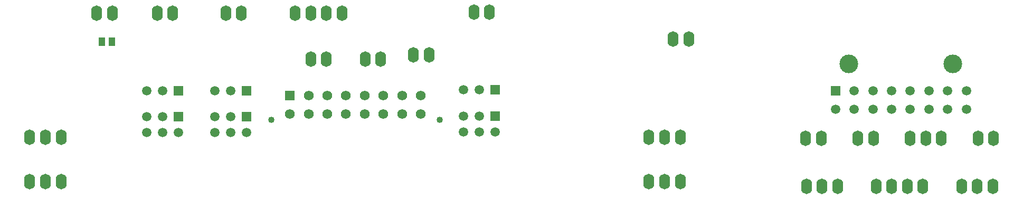
<source format=gbr>
%FSTAX26Y26*%
%MOMM*%
%SFA1B1*%

%IPPOS*%
%ADD10R,0.999998X1.449997*%
%ADD15O,1.749997X2.499995*%
%ADD16C,1.019998*%
%ADD17C,1.569997*%
%ADD18R,1.569997X1.569997*%
%ADD19C,1.499997*%
%ADD20R,1.499997X1.499997*%
%ADD21C,2.999994*%
%ADD22C,1.519997*%
%ADD23R,1.519997X1.519997*%
%LNpcb1_pads_top-1*%
%LPD*%
G54D10*
X-65213992Y12827D03*
X-63563982D03*
G54D15*
X-74254995Y-09652D03*
X-71755D03*
X-7675499D03*
X-74254995Y-0254D03*
X-71755D03*
X-7675499D03*
X-56347995Y17399D03*
X-53848D03*
X-45318984D03*
X-42818989D03*
X-31709995Y10033D03*
X-2921D03*
X-22987D03*
X-20486979D03*
X-1524Y10668D03*
X-127D03*
X-05547995Y17526D03*
X-03048D03*
X22558984Y-0254D03*
X25058979D03*
X27559D03*
X25058979Y-09652D03*
X27559D03*
X22558984D03*
X28956Y13208D03*
X26416D03*
X47791979Y-10414D03*
X50292D03*
X52791995D03*
X58987969D03*
X61487989D03*
X63987984D03*
X66487979D03*
X72683979D03*
X75184D03*
X77683995D03*
X77810995Y-02667D03*
X75311D03*
X69428995D03*
X66928999D03*
X64428979D03*
X58547D03*
X56046979D03*
X50165D03*
X47664979D03*
X-26709979Y17399D03*
X-2921D03*
X-31709995D03*
X-3420999D03*
X-63519989D03*
X-66019984D03*
G54D16*
X-38048996Y00254D03*
X-11049D03*
G54D17*
X-35048977Y01193977D03*
X-32048983D03*
X-29048989D03*
X-26048995D03*
X-23048976D03*
X-20048982D03*
X-17048988D03*
X-14048994D03*
Y04193997D03*
X-17048988D03*
X-20048982D03*
X-23048976D03*
X-26048995D03*
X-29048989D03*
X-32048983D03*
G54D18*
X-35048977Y04193997D03*
G54D19*
X-58039Y-01778D03*
X-55499D03*
X-52959D03*
X-47117D03*
X-44577D03*
X-42037D03*
X-44577Y00762D03*
Y04953D03*
X-47117D03*
Y00762D03*
X-55499Y04953D03*
X-58039D03*
Y00762D03*
X-55499D03*
X-07239Y-01651D03*
X-04699D03*
X-02159D03*
X-04699Y00889D03*
Y0508D03*
X-07239D03*
Y00889D03*
G54D20*
X-52959Y00762D03*
Y04953D03*
X-42037Y00762D03*
Y04953D03*
X-02159Y00889D03*
Y0508D03*
G54D21*
X54627983Y09272981D03*
X71307985D03*
G54D22*
X52467992Y0195298D03*
X55467986D03*
X5846798D03*
X61468D03*
X64467994D03*
X67467988D03*
X70467982D03*
X73467976D03*
Y04953D03*
X70467982D03*
X67467988D03*
X64467994D03*
X61468D03*
X5846798D03*
X55467986D03*
G54D23*
X52467992Y04953D03*
M02*
</source>
